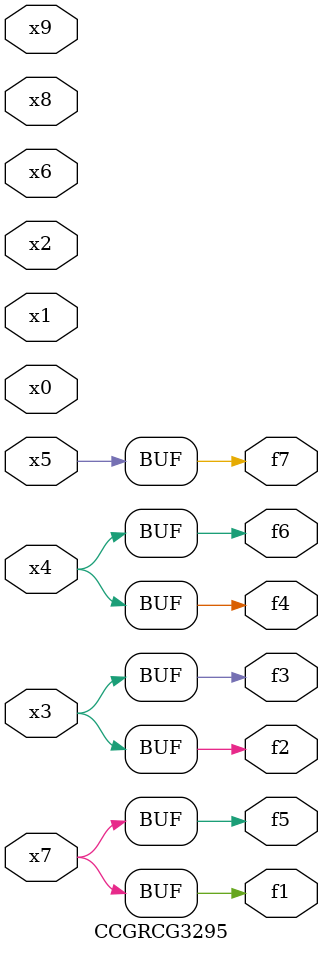
<source format=v>
module CCGRCG3295(
	input x0, x1, x2, x3, x4, x5, x6, x7, x8, x9,
	output f1, f2, f3, f4, f5, f6, f7
);
	assign f1 = x7;
	assign f2 = x3;
	assign f3 = x3;
	assign f4 = x4;
	assign f5 = x7;
	assign f6 = x4;
	assign f7 = x5;
endmodule

</source>
